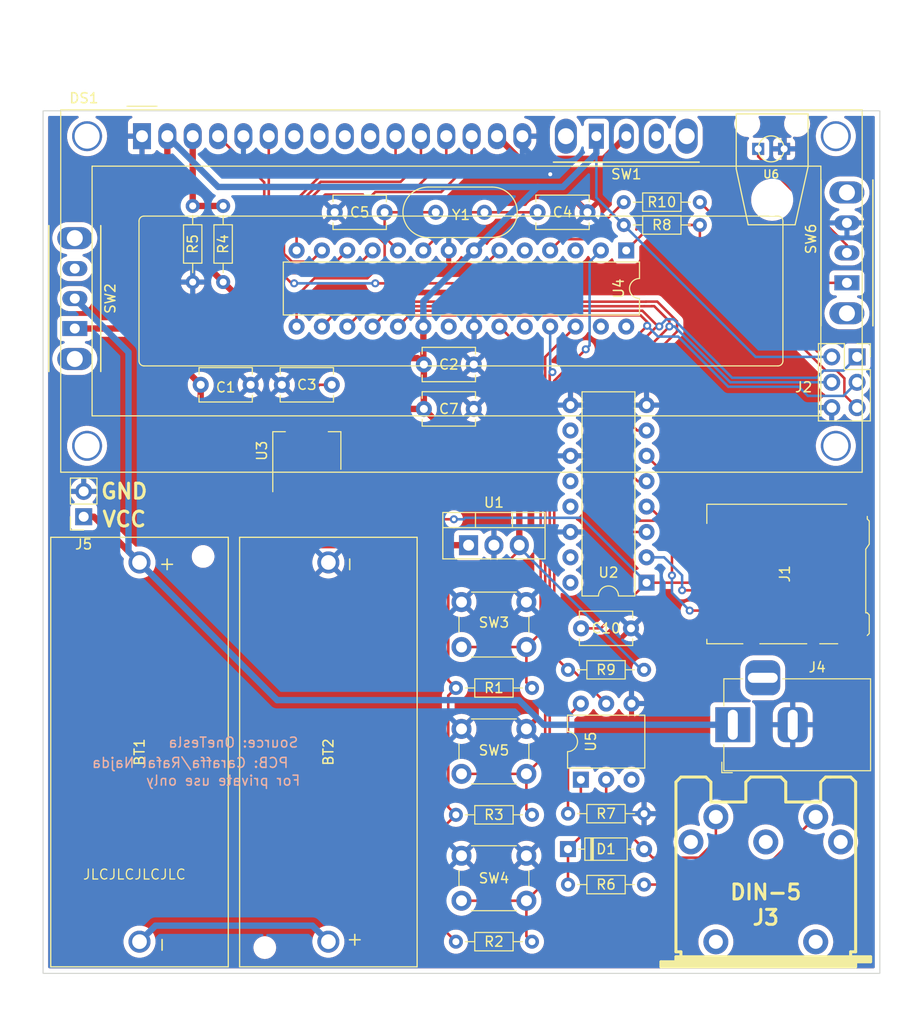
<source format=kicad_pcb>
(kicad_pcb (version 20211014) (generator pcbnew)
  (layers (0 "F.Cu" signal) (31 "B.Cu" signal) (34 "B.Paste" user) (35 "F.Paste" user) (36 "B.SilkS" user "B.Silkscreen") (37 "F.SilkS" user "F.Silkscreen") (38 "B.Mask" user) (39 "F.Mask" user) (44 "Edge.Cuts" user))
  (net 0 "")
  (net 1 "Net-(BT1-PadN)")
  (net 2 "VCC")
  (net 3 "GND")
  (net 4 "Net-(C1-Pad1)")
  (net 5 "+5V")
  (net 6 "+3.3V")
  (net 7 "/X1")
  (net 8 "/X2")
  (net 9 "Net-(D1-Pad1)")
  (net 10 "Net-(D1-Pad2)")
  (net 11 "Net-(DS1-Pad3)")
  (net 12 "/RS")
  (net 13 "/E")
  (net 18 "/DB4")
  (net 19 "/DB5")
  (net 20 "/DB6")
  (net 21 "/DB7")
  (net 22 "/BL")
  (net 24 "Net-(J1-Pad2)")
  (net 25 "Net-(J1-Pad3)")
  (net 26 "Net-(J1-Pad5)")
  (net 27 "/DO")
  (net 30 "/CD")
  (net 31 "/CLK")
  (net 32 "/DI")
  (net 33 "/RESET")
  (net 35 "Net-(J3-Pad4)")
  (net 38 "/UP")
  (net 39 "/DN")
  (net 40 "/OK")
  (net 41 "Net-(R7-Pad1)")
  (net 42 "/RX")
  (net 44 "/CS")
  (net 56 "/OPT")
  (net 57 "Net-(R10-Pad1)")
  (net 58 "Net-(U6-PadP$2)")
  (footprint "Resistor_THT:R_Axial_DIN0204_L3.6mm_D1.6mm_P7.62mm_Horizontal" (layer "F.Cu") (at 81.788 102.87 180)
    (fp_text reference "R6")
    (fp_text value "220R")
  )
  (footprint "BH123A:BAT_BH123A" (layer "F.Cu") (at 31.247 89.6 90)
    (fp_text reference "BT1")
    (fp_text value "BH123A")
  )
  (footprint "Package_DIP:DIP-16_W7.62mm" (layer "F.Cu") (at 82.032 72.644 180)
    (fp_text reference "U2")
    (fp_text value "4050")
  )
  (footprint "w_conn_av:din-5" (layer "F.Cu") (at 93.98 101.6)
    (fp_text reference "J3")
    (fp_text value "DIN-5")
  )
  (footprint "Button_Switch_THT:SW_PUSH_6mm_H7.3mm" (layer "F.Cu") (at 63.5 74.585)
    (fp_text reference "SW3")
    (fp_text value "UP_SW")
  )
  (footprint "Resistor_THT:R_Axial_DIN0204_L3.6mm_D1.6mm_P7.62mm_Horizontal" (layer "F.Cu") (at 62.94 95.885)
    (fp_text reference "R3")
    (fp_text value "1k")
  )
  (footprint "IFE91A:OPTO-TRANSMITTER" (layer "F.Cu") (at 94.517625 29.21)
    (fp_text reference "U6")
    (fp_text value "IFE91A")
  )
  (footprint "Package_TO_SOT_SMD:SOT-223-3_TabPin2" (layer "F.Cu") (at 48.006 59.436 90)
    (fp_text reference "U3")
    (fp_text value "AMS1117-3.3")
  )
  (footprint "Connector_PinSocket_2.54mm:PinSocket_1x02_P2.54mm_Vertical" (layer "F.Cu") (at 25.654 66.04 180)
    (fp_text reference "J5")
    (fp_text value "VCC")
  )
  (footprint "Diode_THT:D_DO-35_SOD27_P7.62mm_Horizontal" (layer "F.Cu") (at 74.168 99.3192)
    (fp_text reference "D1")
    (fp_text value "1N4148")
  )
  (footprint "BH123A:BAT_BH123A" (layer "F.Cu") (at 50.165 89.6 -90)
    (fp_text reference "BT2")
    (fp_text value "BH123A")
  )
  (footprint "Resistor_THT:R_Axial_DIN0204_L3.6mm_D1.6mm_P7.62mm_Horizontal" (layer "F.Cu") (at 79.756 34.544)
    (fp_text reference "R10")
    (fp_text value "100R")
  )
  (footprint "Capacitor_THT:C_Disc_D5.1mm_W3.2mm_P5.00mm" (layer "F.Cu") (at 71.12 35.56)
    (fp_text reference "C4")
    (fp_text value "18pF")
  )
  (footprint "Capacitor_THT:C_Disc_D5.1mm_W3.2mm_P5.00mm" (layer "F.Cu") (at 75.478 77.216)
    (fp_text reference "C10")
    (fp_text value "100nF")
  )
  (footprint "Resistor_THT:R_Axial_DIN0204_L3.6mm_D1.6mm_P7.62mm_Horizontal" (layer "F.Cu") (at 79.756 36.83)
    (fp_text reference "R8")
    (fp_text value "10k")
  )
  (footprint "Connector_BarrelJack:BarrelJack_Horizontal" (layer "F.Cu") (at 90.678 86.868 180)
    (fp_text reference "J4")
    (fp_text value "Jack-DC")
  )
  (footprint "Resistor_THT:R_Axial_DIN0204_L3.6mm_D1.6mm_P7.62mm_Horizontal" (layer "F.Cu") (at 62.94 83.185)
    (fp_text reference "R1")
    (fp_text value "1k")
  )
  (footprint "Connector_PinSocket_2.54mm:PinSocket_2x03_P2.54mm_Vertical" (layer "F.Cu") (at 103.124 50.038)
    (fp_text reference "J2")
    (fp_text value "AVR-ISP-6")
  )
  (footprint "Switch:Switch 12x6mm" (layer "F.Cu") (at 80.01 27.94)
    (fp_text reference "SW1")
    (fp_text value "BL_SW")
  )
  (footprint "Crystal:Crystal_HC49-4H_Vertical" (layer "F.Cu") (at 60.92 35.56)
    (fp_text reference "Y1")
    (fp_text value "Crystal")
  )
  (footprint "Resistor_THT:R_Axial_DIN0204_L3.6mm_D1.6mm_P7.62mm_Horizontal" (layer "F.Cu") (at 62.94 108.585)
    (fp_text reference "R2")
    (fp_text value "1k")
  )
  (footprint "Package_DIP:DIP-28_W7.62mm" (layer "F.Cu") (at 80 39.38 -90)
    (fp_text reference "U4")
    (fp_text value "ATmega168-20P")
  )
  (footprint "Capacitor_THT:C_Disc_D5.1mm_W3.2mm_P5.00mm" (layer "F.Cu") (at 59.73 50.8)
    (fp_text reference "C2")
    (fp_text value "1uF")
  )
  (footprint "Capacitor_THT:C_Disc_D5.1mm_W3.2mm_P5.00mm" (layer "F.Cu") (at 59.73 55.245)
    (fp_text reference "C7")
    (fp_text value "100nF")
  )
  (footprint "Resistor_THT:R_Axial_DIN0204_L3.6mm_D1.6mm_P7.62mm_Horizontal" (layer "F.Cu") (at 39.624 34.925 -90)
    (fp_text reference "R4")
    (fp_text value "10k")
  )
  (footprint "Resistor_THT:R_Axial_DIN0204_L3.6mm_D1.6mm_P7.62mm_Horizontal" (layer "F.Cu") (at 74.168 95.7684)
    (fp_text reference "R7")
    (fp_text value "100k")
  )
  (footprint "Switch:Switch 12x6mm" (layer "F.Cu") (at 102.108 39.624 90)
    (fp_text reference "SW6")
    (fp_text value "BL_SW")
  )
  (footprint "Button_Switch_THT:SW_PUSH_6mm_H7.3mm" (layer "F.Cu") (at 63.5 99.985)
    (fp_text reference "SW4")
    (fp_text value "DN_SW")
  )
  (footprint "Connector_Card:microSD_HC_Hirose_DM3AT-SF-PEJM5" (layer "F.Cu") (at 95.96 71.785 90)
    (fp_text reference "J1")
    (fp_text value "Micro_SD_Card_Det")
  )
  (footprint "Button_Switch_THT:SW_PUSH_6mm_H7.3mm" (layer "F.Cu") (at 63.5 87.285)
    (fp_text reference "SW5")
    (fp_text value "OK_SW")
  )
  (footprint "Resistor_THT:R_Axial_DIN0204_L3.6mm_D1.6mm_P7.62mm_Horizontal" (layer "F.Cu") (at 36.576 34.925 -90)
    (fp_text reference "R5")
    (fp_text value "1k")
  )
  (footprint "Display:WC1602A" (layer "F.Cu") (at 31.496 27.94)
    (fp_text reference "DS1")
    (fp_text value "WC1602A")
  )
  (footprint "Resistor_THT:R_Axial_DIN0204_L3.6mm_D1.6mm_P7.62mm_Horizontal" (layer "F.Cu") (at 74.168 81.3668)
    (fp_text reference "R9")
    (fp_text value "3.3k")
  )
  (footprint "Capacitor_THT:C_Disc_D5.1mm_W3.2mm_P5.00mm" (layer "F.Cu") (at 55.8 35.56 180)
    (fp_text reference "C5")
    (fp_text value "18pF")
  )
  (footprint "Switch:Switch 12x6mm" (layer "F.Cu") (at 24.765 44.196 90)
    (fp_text reference "SW2")
    (fp_text value "MAIN_SW")
  )
  (footprint "Package_TO_SOT_THT:TO-220-3_Vertical" (layer "F.Cu") (at 64.21 68.89)
    (fp_text reference "U1")
    (fp_text value "LM7805_TO220")
  )
  (footprint "Capacitor_THT:C_Disc_D5.1mm_W3.2mm_P5.00mm" (layer "F.Cu") (at 50.506 52.832 180)
    (fp_text reference "C3")
    (fp_text value "1uF")
  )
  (footprint "Capacitor_THT:C_Disc_D5.1mm_W3.2mm_P5.00mm" (layer "F.Cu") (at 37.378 52.832)
    (fp_text reference "C1")
    (fp_text value "1uF")
  )
  (footprint "Package_DIP:DIP-6_W7.62mm" (layer "F.Cu") (at 75.453 92.3676 90)
    (fp_text reference "U5")
    (fp_text value "4N25")
  )
  (gr_rect (start 21.586 25.4) (end 105.406 111.76) (layer "Edge.Cuts") (width 0.1) (fill none))
  (gr_text "For private use only" (at 39.624 92.456) (layer "B.SilkS") (effects (font (size 1 1)) (justify mirror)))
  (gr_text "PCB: Caraffa/Rafal Najda" (at 36.322 90.678) (layer "B.SilkS") (effects (font (size 1 1)) (justify mirror)))
  (gr_text "Source: OneTesla" (at 40.64 88.646) (layer "B.SilkS") (effects (font (size 1 1)) (justify mirror)))
  (gr_text "GND" (at 29.718 63.5) (layer "F.SilkS") (effects (font (size 1.5 1.5) (thickness 0.3))))
  (gr_text "VCC" (at 29.718 66.294) (layer "F.SilkS") (effects (font (size 1.5 1.5) (thickness 0.3))))
  (gr_text "JLCJLCJLCJLC" (at 30.734 101.854) (layer "F.SilkS") (effects (font (size 1 1) (thickness 0.125))))
  (segment (start 32.850685 106.981315) (end 48.561315 106.981315) (width 0.635) (layer "B.Cu") (net 1))
  (segment (start 31.247 108.585) (end 32.850685 106.981315) (width 0.635) (layer "B.Cu") (net 1))
  (segment (start 48.561315 106.981315) (end 50.165 108.585) (width 0.635) (layer "B.Cu") (net 1))
  (segment (start 26.672 66.04) (end 31.247 70.615) (width 0.635) (layer "F.Cu") (net 2))
  (segment (start 25.654 66.04) (end 26.672 66.04) (width 0.635) (layer "F.Cu") (net 2))
  (segment (start 30.1445 69.5125) (end 30.1445 49.5755) (width 0.635) (layer "B.Cu") (net 2))
  (segment (start 71.72907 86.868) (end 69.26357 84.4025) (width 0.635) (layer "B.Cu") (net 2))
  (segment (start 90.678 86.868) (end 71.72907 86.868) (width 0.635) (layer "B.Cu") (net 2))
  (segment (start 31.247 70.615) (end 30.1445 69.5125) (width 0.635) (layer "B.Cu") (net 2))
  (segment (start 30.1445 49.5755) (end 24.765 44.196) (width 0.635) (layer "B.Cu") (net 2))
  (segment (start 45.0345 84.4025) (end 31.247 70.615) (width 0.635) (layer "B.Cu") (net 2))
  (segment (start 69.26357 84.4025) (end 45.0345 84.4025) (width 0.635) (layer "B.Cu") (net 2))
  (segment (start 72.39 31.75) (end 72.39 31.83) (width 0.635) (layer "F.Cu") (net 3))
  (segment (start 72.39 31.83) (end 76.12 35.56) (width 0.635) (layer "F.Cu") (net 3))
  (via (at 72.39 31.75) (size 0.8) (drill 0.4) (layers "F.Cu" "B.Cu") (net 3))
  (segment (start 69.596 28.956) (end 72.39 31.75) (width 0.635) (layer "B.Cu") (net 3))
  (segment (start 69.596 27.94) (end 69.596 28.956) (width 0.635) (layer "B.Cu") (net 3))
  (segment (start 37.378 52.832) (end 37.378 57.531) (width 0.635) (layer "F.Cu") (net 4))
  (segment (start 37.378 57.531) (end 48.737 68.89) (width 0.635) (layer "F.Cu") (net 4))
  (segment (start 24.765 47.196) (end 31.742 47.196) (width 0.635) (layer "F.Cu") (net 4))
  (segment (start 31.742 47.196) (end 37.378 52.832) (width 0.635) (layer "F.Cu") (net 4))
  (segment (start 48.737 68.89) (end 64.21 68.89) (width 0.635) (layer "F.Cu") (net 4))
  (segment (start 62.94 83.185) (end 62.173 82.418) (width 0.254) (layer "F.Cu") (net 5))
  (segment (start 61.768479 97.056521) (end 62.94 95.885) (width 0.254) (layer "F.Cu") (net 5))
  (segment (start 69.29 69.394) (end 69.29 68.89) (width 0.254) (layer "F.Cu") (net 5))
  (segment (start 57.647 55.245) (end 50.306 62.586) (width 0.635) (layer "F.Cu") (net 5))
  (segment (start 59.68 47) (end 59.68 50.75) (width 0.635) (layer "F.Cu") (net 5))
  (segment (start 39.624 42.545) (end 34.036 36.957) (width 0.635) (layer "F.Cu") (net 5))
  (segment (start 69.29 64.805) (end 59.73 55.245) (width 0.635) (layer "F.Cu") (net 5))
  (segment (start 47.241138 50.162138) (end 59.092138 50.162138) (width 0.635) (layer "F.Cu") (net 5))
  (segment (start 59.73 55.245) (end 57.647 55.245) (width 0.635) (layer "F.Cu") (net 5))
  (segment (start 62.173 73.463) (end 63.754 71.882) (width 0.254) (layer "F.Cu") (net 5))
  (segment (start 62.173 95.118) (end 62.173 83.952) (width 0.254) (layer "F.Cu") (net 5))
  (segment (start 34.036 36.957) (end 34.036 27.94) (width 0.635) (layer "F.Cu") (net 5))
  (segment (start 39.624 42.545) (end 47.241138 50.162138) (width 0.635) (layer "F.Cu") (net 5))
  (segment (start 62.94 108.585) (end 61.768479 107.413479) (width 0.254) (layer "F.Cu") (net 5))
  (segment (start 62.173 82.418) (end 62.173 73.463) (width 0.254) (layer "F.Cu") (net 5))
  (segment (start 59.092138 50.162138) (end 59.73 50.8) (width 0.635) (layer "F.Cu") (net 5))
  (segment (start 62.94 95.885) (end 62.173 95.118) (width 0.254) (layer "F.Cu") (net 5))
  (segment (start 59.73 55.245) (end 59.73 50.8) (width 0.635) (layer "F.Cu") (net 5))
  (segment (start 59.6825 50.7525) (end 59.73 50.8) (width 0.381) (layer "F.Cu") (net 5))
  (segment (start 69.29 68.89) (end 69.29 64.805) (width 0.635) (layer "F.Cu") (net 5))
  (segment (start 66.802 71.882) (end 69.29 69.394) (width 0.254) (layer "F.Cu") (net 5))
  (segment (start 61.768479 107.413479) (end 61.768479 97.056521) (width 0.254) (layer "F.Cu") (net 5))
  (segment (start 62.173 83.952) (end 62.94 83.185) (width 0.254) (layer "F.Cu") (net 5))
  (segment (start 59.68 50.75) (end 59.73 50.8) (width 0.635) (layer "F.Cu") (net 5))
  (segment (start 63.754 71.882) (end 66.802 71.882) (width 0.254) (layer "F.Cu") (net 5))
  (segment (start 59.68 47) (end 59.68 44.46) (width 0.635) (layer "B.Cu") (net 5))
  (segment (start 83.566 40.64) (end 92.964 50.038) (width 0.25) (layer "B.Cu") (net 5))
  (segment (start 79.756 36.83) (end 83.566 40.64) (width 0.254) (layer "B.Cu") (net 5))
  (segment (start 34.036 27.94) (end 39.116 33.02) (width 0.635) (layer "B.Cu") (net 5))
  (segment (start 59.68 44.46) (end 64.76 39.38) (width 0.635) (layer "B.Cu") (net 5))
  (segment (start 79.756 36.83) (end 77.01 34.084) (width 0.254) (layer "B.Cu") (net 5))
  (segment (start 39.116 33.02) (end 71.12 33.02) (width 0.635) (layer "B.Cu") (net 5))
  (segment (start 77.01 29.67) (end 77.01 27.94) (width 0.635) (layer "B.Cu") (net 5))
  (segment (start 64.76 39.38) (end 71.12 33.02) (width 0.635) (layer "B.Cu") (net 5))
  (segment (start 69.29 69.115819) (end 69.29 68.89) (width 0.254) (layer "B.Cu") (net 5))
  (segment (start 81.788 81.3668) (end 81.540981 81.3668) (width 0.254) (layer "B.Cu") (net 5))
  (segment (start 92.964 50.038) (end 100.584 50.038) (width 0.25) (layer "B.Cu") (net 5))
  (segment (start 77.01 34.084) (end 77.01 27.94) (width 0.254) (layer "B.Cu") (net 5))
  (segment (start 73.66 33.02) (end 77.01 29.67) (width 0.635) (layer "B.Cu") (net 5))
  (segment (start 71.12 33.02) (end 73.66 33.02) (width 0.635) (layer "B.Cu") (net 5))
  (segment (start 81.540981 81.3668) (end 69.29 69.115819) (width 0.254) (layer "B.Cu") (net 5))
  (segment (start 48.006 54.102) (end 49.276 52.832) (width 0.254) (layer "F.Cu") (net 6))
  (segment (start 48.006 62.586) (end 51.714 66.294) (width 0.254) (layer "F.Cu") (net 6))
  (segment (start 51.714 66.294) (end 62.738 66.294) (width 0.254) (layer "F.Cu") (net 6))
  (segment (start 75.478 77.216) (end 77.46 77.216) (width 0.25) (layer "F.Cu") (net 6))
  (segment (start 48.006 62.586) (end 48.006 56.286) (width 0.254) (layer "F.Cu") (net 6))
  (segment (start 77.46 77.216) (end 82.032 72.644) (width 0.25) (layer "F.Cu") (net 6))
  (segment (start 87.901 72.644) (end 88.235 72.31) (width 0.25) (layer "F.Cu") (net 6))
  (segment (start 49.276 52.832) (end 50.506 52.832) (width 0.254) (layer "F.Cu") (net 6))
  (segment (start 48.006 56.286) (end 48.006 54.102) (width 0.254) (layer "F.Cu") (net 6))
  (segment (start 82.032 72.644) (end 87.901 72.644) (width 0.25) (layer "F.Cu") (net 6))
  (via (at 62.738 66.294) (size 0.8) (drill 0.4) (layers "F.Cu" "B.Cu") (net 6))
  (segment (start 63.718 66.294) (end 63.863 66.149) (width 0.254) (layer "B.Cu") (net 6))
  (segment (start 62.738 66.294) (end 63.718 66.294) (width 0.254) (layer "B.Cu") (net 6))
  (segment (start 82.032 72.644) (end 75.537 66.149) (width 0.25) (layer "B.Cu") (net 6))
  (segment (start 75.537 66.149) (end 63.863 66.149) (width 0.25) (layer "B.Cu") (net 6))
  (segment (start 65.8 35.56) (end 71.12 35.56) (width 0.254) (layer "F.Cu") (net 7))
  (segment (start 63.5 35.56) (end 59.68 39.38) (width 0.254) (layer "F.Cu") (net 7))
  (segment (start 65.8 35.56) (end 63.5 35.56) (width 0.254) (layer "F.Cu") (net 7))
  (segment (start 55.8 35.56) (end 60.92 35.56) (width 0.254) (layer "F.Cu") (net 8))
  (segment (start 55.8 35.56) (end 55.8 38.04) (width 0.254) (layer "F.Cu") (net 8))
  (segment (start 55.8 38.04) (end 57.14 39.38) (width 0.254) (layer "F.Cu") (net 8))
  (segment (start 75.453 92.3676) (end 75.453 98.0342) (width 0.254) (layer "F.Cu") (net 9))
  (segment (start 74.168 99.3192) (end 74.168 102.87) (width 0.254) (layer "F.Cu") (net 9))
  (segment (start 75.453 98.0342) (end 74.168 99.3192) (width 0.254) (layer "F.Cu") (net 9))
  (segment (start 81.788 99.3192) (end 82.6458 100.177) (width 0.254) (layer "F.Cu") (net 10))
  (segment (start 77.993 95.5242) (end 77.993 92.3676) (width 0.254) (layer "F.Cu") (net 10))
  (segment (start 81.788 99.3192) (end 77.993 95.5242) (width 0.254) (layer "F.Cu") (net 10))
  (segment (start 87.275 100.177) (end 88.98 98.472) (width 0.254) (layer "F.Cu") (net 10))
  (segment (start 82.6458 100.177) (end 87.275 100.177) (width 0.254) (layer "F.Cu") (net 10))
  (segment (start 88.98 98.472) (end 88.98 96.1) (width 0.254) (layer "F.Cu") (net 10))
  (segment (start 36.576 27.94) (end 36.576 34.925) (width 0.635) (layer "F.Cu") (net 11))
  (segment (start 36.576 34.925) (end 39.624 34.925) (width 0.635) (layer "F.Cu") (net 11))
  (segment (start 43.742 32.566) (end 43.742 39.932) (width 0.254) (layer "F.Cu") (net 12))
  (segment (start 46.482 42.672) (end 46.736 42.672) (width 0.254) (layer "F.Cu") (net 12))
  (segment (start 39.116 27.94) (end 43.742 32.566) (width 0.254) (layer "F.Cu") (net 12))
  (segment (start 64.008 42.672) (end 67.3 39.38) (width 0.254) (layer "F.Cu") (net 12))
  (segment (start 43.742 39.932) (end 46.482 42.672) (width 0.254) (layer "F.Cu") (net 12))
  (segment (start 54.864 42.672) (end 64.008 42.672) (width 0.254) (layer "F.Cu") (net 12))
  (via (at 54.864 42.672) (size 0.8) (drill 0.4) (layers "F.Cu" "B.Cu") (net 12))
  (via (at 46.736 42.672) (size 0.8) (drill 0.4) (layers "F.Cu" "B.Cu") (net 12))
  (segment (start 46.736 42.672) (end 54.864 42.672) (width 0.254) (layer "B.Cu") (net 12))
  (segment (start 46.228 41.656) (end 44.196 39.624) (width 0.254) (layer "F.Cu") (net 13))
  (segment (start 54.6 39.38) (end 52.324 41.656) (width 0.254) (layer "F.Cu") (net 13))
  (segment (start 52.324 41.656) (end 46.228 41.656) (width 0.254) (layer "F.Cu") (net 13))
  (segment (start 44.196 39.624) (end 44.196 27.94) (width 0.254) (layer "F.Cu") (net 13))
  (segment (start 50.292 41.148) (end 46.512129 41.148) (width 0.254) (layer "F.Cu") (net 18))
  (segment (start 45.212 39.847871) (end 45.212 36.053896) (width 0.254) (layer "F.Cu") (net 18))
  (segment (start 52.06 39.38) (end 50.292 41.148) (width 0.254) (layer "F.Cu") (net 18))
  (segment (start 49.261896 32.004) (end 54.864 32.004) (width 0.254) (layer "F.Cu") (net 18))
  (segment (start 45.212 36.053896) (end 49.261896 32.004) (width 0.254) (layer "F.Cu") (net 18))
  (segment (start 46.512129 41.148) (end 45.212 39.847871) (width 0.254) (layer "F.Cu") (net 18))
  (segment (start 56.896 29.972) (end 56.896 27.94) (width 0.254) (layer "F.Cu") (net 18))
  (segment (start 54.864 32.004) (end 56.896 29.972) (width 0.254) (layer "F.Cu") (net 18))
  (segment (start 49.52 39.38) (end 48.393 40.507) (width 0.254) (layer "F.Cu") (net 19))
  (segment (start 45.72 36.187948) (end 49.395948 32.512) (width 0.254) (layer "F.Cu") (net 19))
  (segment (start 57.404 32.512) (end 59.436 30.48) (width 0.254) (layer "F.Cu") (net 19))
  (segment (start 59.436 30.48) (end 59.436 27.94) (width 0.254) (layer "F.Cu") (net 19))
  (segment (start 48.393 40.507) (end 46.513181 40.507) (width 0.254) (layer "F.Cu") (net 19))
  (segment (start 45.72 39.713819) (end 45.72 36.187948) (width 0.254) (layer "F.Cu") (net 19))
  (segment (start 46.513181 40.507) (end 45.72 39.713819) (width 0.254) (layer "F.Cu") (net 19))
  (segment (start 49.395948 32.512) (end 57.404 32.512) (width 0.254) (layer "F.Cu") (net 19))
  (segment (start 61.976 30.099) (end 61.976 27.94) (width 0.254) (layer "F.Cu") (net 20))
  (segment (start 46.98 39.38) (end 46.98 35.57) (width 0.254) (layer "F.Cu") (net 20))
  (segment (start 49.53 33.02) (end 59.055 33.02) (width 0.254) (layer "F.Cu") (net 20))
  (segment (start 46.98 35.57) (end 49.53 33.02) (width 0.254) (layer "F.Cu") (net 20))
  (segment (start 59.055 33.02) (end 61.976 30.099) (width 0.254) (layer "F.Cu") (net 20))
  (segment (start 54.356 37.238052) (end 54.356 34.036) (width 0.254) (layer "F.Cu") (net 21))
  (segment (start 55.802974 40.431284) (end 55.802974 38.685026) (width 0.254) (layer "F.Cu") (net 21))
  (segment (start 54.070258 42.164) (end 55.802974 40.431284) (width 0.254) (layer "F.Cu") (net 21))
  (segment (start 54.356 34.036) (end 54.864 33.528) (width 0.254) (layer "F.Cu") (net 21))
  (segment (start 54.864 33.528) (end 61.468 33.528) (width 0.254) (layer "F.Cu") (net 21))
  (segment (start 46.98 43.952) (end 48.768 42.164) (width 0.254) (layer "F.Cu") (net 21))
  (segment (start 55.802974 38.685026) (end 54.356 37.238052) (width 0.254) (layer "F.Cu") (net 21))
  (segment (start 46.98 47) (end 46.98 43.952) (width 0.254) (layer "F.Cu") (net 21))
  (segment (start 61.468 33.528) (end 64.516 30.48) (width 0.254) (layer "F.Cu") (net 21))
  (segment (start 48.768 42.164) (end 54.070258 42.164) (width 0.254) (layer "F.Cu") (net 21))
  (segment (start 64.516 30.48) (end 64.516 27.94) (width 0.254) (layer "F.Cu") (net 21))
  (segment (start 69.3235 30.2075) (end 67.056 27.94) (width 0.635) (layer "F.Cu") (net 22))
  (segment (start 77.7425 30.2075) (end 69.3235 30.2075) (width 0.635) (layer "F.Cu") (net 22))
  (segment (start 80.01 27.94) (end 77.7425 30.2075) (width 0.635) (layer "F.Cu") (net 22))
  (segment (start 85.598 63.51) (end 85.598 68.327) (width 0.254) (layer "F.Cu") (net 24))
  (segment (start 82.032 59.944) (end 85.598 63.51) (width 0.254) (layer "F.Cu") (net 24))
  (segment (start 87.381 70.11) (end 88.235 70.11) (width 0.254) (layer "F.Cu") (net 24))
  (segment (start 85.598 68.327) (end 87.381 70.11) (width 0.254) (layer "F.Cu") (net 24))
  (segment (start 85.09 69.596) (end 86.704 71.21) (width 0.254) (layer "F.Cu") (net 25))
  (segment (start 86.704 71.21) (end 88.235 71.21) (width 0.254) (layer "F.Cu") (net 25))
  (segment (start 82.032 65.024) (end 82.296 65.024) (width 0.254) (layer "F.Cu") (net 25))
  (segment (start 85.09 67.818) (end 85.09 69.596) (width 0.254) (layer "F.Cu") (net 25))
  (segment (start 82.296 65.024) (end 85.09 67.818) (width 0.254) (layer "F.Cu") (net 25))
  (segment (start 85.602 73.41) (end 88.235 73.41) (width 0.25) (layer "F.Cu") (net 26))
  (segment (start 85.598 73.406) (end 85.602 73.41) (width 0.25) (layer "F.Cu") (net 26))
  (via (at 85.598 73.406) (size 0.8) (drill 0.4) (layers "F.Cu" "B.Cu") (net 26))
  (segment (start 82.032 70.104) (end 83.791805 70.104) (width 0.25) (layer "B.Cu") (net 26))
  (segment (start 83.791805 70.104) (end 85.598 71.910195) (width 0.25) (layer "B.Cu") (net 26))
  (segment (start 85.598 71.910195) (end 85.598 73.406) (width 0.25) (layer "B.Cu") (net 26))
  (segment (start 78.921 65.224) (end 80.134 66.437) (width 0.254) (layer "F.Cu") (net 27))
  (segment (start 83.192052 46.99) (end 83.312 46.99) (width 0.254) (layer "F.Cu") (net 27))
  (segment (start 83.312 46.99) (end 83.058 46.99) (width 0.254) (layer "F.Cu") (net 27))
  (segment (start 82.947 66.437) (end 84.582 68.072) (width 0.254) (layer "F.Cu") (net 27))
  (segment (start 84.582 68.072) (end 84.582 71.9195) (width 0.25) (layer "F.Cu") (net 27))
  (segment (start 83.058 46.99) (end 78.921 51.127) (width 0.254) (layer "F.Cu") (net 27))
  (segment (start 86.36 75.438) (end 88.063 75.438) (width 0.25) (layer "F.Cu") (net 27))
  (segment (start 54.6 47) (end 56.181 45.419) (width 0.254) (layer "F.Cu") (net 27))
  (segment (start 81.621052 45.419) (end 83.192052 46.99) (width 0.254) (layer "F.Cu") (net 27))
  (segment (start 88.063 75.438) (end 88.235 75.61) (width 0.25) (layer "F.Cu") (net 27))
  (segment (start 80.134 66.437) (end 82.947 66.437) (width 0.254) (layer "F.Cu") (net 27))
  (segment (start 78.921 51.127) (end 78.921 54.102) (width 0.254) (layer "F.Cu") (net 27))
  (segment (start 78.921 54.036052) (end 78.921 65.224) (width 0.254) (layer "F.Cu") (net 27))
  (segment (start 56.181 45.419) (end 81.621052 45.419) (width 0.254) (layer "F.Cu") (net 27))
  (via (at 86.36 75.438) (size 0.8) (drill 0.4) (layers "F.Cu" "B.Cu") (net 27))
  (via (at 84.582 71.9195) (size 0.8) (drill 0.4) (layers "F.Cu" "B.Cu") (net 27))
  (via (at 83.312 46.99) (size 0.8) (drill 0.4) (layers "F.Cu" "B.Cu") (net 27))
  (segment (start 83.312 46.99) (end 83.312 46.736) (width 0.254) (layer "B.Cu") (net 27))
  (segment (start 84.747396 46.265) (end 90.610396 52.128) (width 0.25) (layer "B.Cu") (net 27))
  (segment (start 83.312 46.980695) (end 84.027695 46.265) (width 0.25) (layer "B.Cu") (net 27))
  (segment (start 99.06 52.128) (end 99.785 51.403) (width 0.25) (layer "B.Cu") (net 27))
  (segment (start 90.610396 52.128) (end 99.06 52.128) (width 0.25) (layer "B.Cu") (net 27))
  (segment (start 83.312 46.99) (end 83.312 46.980695) (width 0.25) (layer "B.Cu") (net 27))
  (segment (start 101.759 51.403) (end 103.124 50.038) (width 0.25) (layer "B.Cu") (net 27))
  (segment (start 84.582 73.66) (end 86.36 75.438) (width 0.25) (layer "B.Cu") (net 27))
  (segment (start 84.027695 46.265) (end 84.747396 46.265) (width 0.25) (layer "B.Cu") (net 27))
  (segment (start 99.785 51.403) (end 101.759 51.403) (width 0.25) (layer "B.Cu") (net 27))
  (segment (start 84.582 71.9195) (end 84.582 73.66) (width 0.25) (layer "B.Cu") (net 27))
  (segment (start 82.097598 46.537598) (end 82.097598 46.922974) (width 0.254) (layer "F.Cu") (net 31))
  (segment (start 78.467 66.548) (end 79.483 67.564) (width 0.254) (layer "F.Cu") (net 31))
  (segment (start 81.433 45.873) (end 82.097598 46.537598) (width 0.254) (layer "F.Cu") (net 31))
  (segment (start 58.267 45.873) (end 81.433 45.873) (width 0.254) (layer "F.Cu") (net 31))
  (segment (start 57.14 47) (end 58.267 45.873) (width 0.254) (layer "F.Cu") (net 31))
  (segment (start 78.467 51.327) (end 78.467 66.548) (width 0.254) (layer "F.Cu") (net 31))
  (segment (start 82.097598 46.922974) (end 78.467 50.553572) (width 0.254) (layer "F.Cu") (net 31))
  (segment (start 78.467 50.553572) (end 78.467 51.327) (width 0.254) (layer "F.Cu") (net 31))
  (segment (start 79.483 67.564) (end 82.032 67.564) (width 0.254) (layer "F.Cu") (net 31))
  (via (at 82.097598 46.922974) (size 0.8) (drill 0.4) (layers "F.Cu" "B.Cu") (net 31))
  (segment (start 82.097598 46.922974) (end 83.180624 48.006) (width 0.25) (layer "B.Cu") (net 31))
  (segment (start 97.282 53.028) (end 98.197 53.943) (width 0.25) (layer "B.Cu") (net 31))
  (segment (start 83.180624 48.006) (end 85.206 48.006) (width 0.25) (layer "B.Cu") (net 31))
  (segment (start 101.759 53.943) (end 103.124 52.578) (width 0.25) (layer "B.Cu") (net 31))
  (segment (start 90.228 53.028) (end 97.282 53.028) (width 0.25) (layer "B.Cu") (net 31))
  (segment (start 85.206 48.006) (end 90.228 53.028) (width 0.25) (layer "B.Cu") (net 31))
  (segment (start 98.197 53.943) (end 101.759 53.943) (width 0.25) (layer "B.Cu") (net 31))
  (segment (start 54.095 44.965) (end 81.809104 44.965) (width 0.254) (layer "F.Cu") (net 32))
  (segment (start 52.06 47) (end 54.095 44.965) (width 0.254) (layer "F.Cu") (net 32))
  (segment (start 82.804 44.958) (end 84.328 46.482) (width 0.25) (layer "F.Cu") (net 32))
  (segment (start 79.375 52.451) (end 79.375 60.706) (width 0.254) (layer "F.Cu") (net 32))
  (segment (start 84.328 46.482) (end 84.328 46.99) (width 0.25) (layer "F.Cu") (net 32))
  (segment (start 81.809104 44.965) (end 82.543 44.965) (width 0.254) (layer "F.Cu") (net 32))
  (segment (start 82.55 44.958) (end 82.804 44.958) (width 0.254) (layer "F.Cu") (net 32))
  (segment (start 84.328 46.99) (end 84.328 46.999305) (width 0.25) (layer "F.Cu") (net 32))
  (segment (start 79.373 51.954305) (end 79.373 52.449) (width 0.25) (layer "F.Cu") (net 32))
  (segment (start 81.153 62.484) (end 82.032 62.484) (width 0.254) (layer "F.Cu") (net 32))
  (segment (start 82.543 44.965) (end 82.55 44.958) (width 0.254) (layer "F.Cu") (net 32))
  (segment (start 84.328 46.999305) (end 79.373 51.954305) (width 0.25) (layer "F.Cu") (net 32))
  (segment (start 79.375 60.706) (end 81.153 62.484) (width 0.254) (layer "F.Cu") (net 32))
  (segment (start 79.373 52.449) (end 79.375 52.451) (width 0.25) (layer "F.Cu") (net 32))
  (via (at 84.328 46.99) (size 0.8) (drill 0.4) (layers "F.Cu" "B.Cu") (net 32))
  (segment (start 84.836 46.99) (end 84.328 46.99) (width 0.25) (layer "B.Cu") (net 32))
  (segment (start 90.424 52.578) (end 84.836 46.99) (width 0.25) (layer "B.Cu") (net 32))
  (segment (start 90.424 52.578) (end 100.584 52.578) (width 0.25) (layer "B.Cu") (net 32))
  (segment (start 99.977554 51.403) (end 101.070701 51.403) (width 0.25) (layer "F.Cu") (net 33))
  (segment (start 80 39.38) (end 82.55 36.83) (width 0.254) (layer "F.Cu") (net 33))
  (segment (start 101.070701 51.403) (end 101.854 52.186299) (width 0.25) (layer "F.Cu") (net 33))
  (segment (start 101.854 53.848) (end 103.124 55.118) (width 0.25) (layer "F.Cu") (net 33))
  (segment (start 82.55 36.83) (end 87.376 36.83) (width 0.254) (layer "F.Cu") (net 33))
  (segment (start 87.376 38.801446) (end 99.977554 51.403) (width 0.25) (layer "F.Cu") (net 33))
  (segment (start 101.854 52.186299) (end 101.854 53.848) (width 0.25) (layer "F.Cu") (net 33))
  (segment (start 87.376 36.83) (end 87.376 38.801446) (width 0.25) (layer "F.Cu") (net 33))
  (segment (start 92.21 102.87) (end 98.98 96.1) (width 0.254) (layer "F.Cu") (net 35))
  (segment (start 81.788 102.87) (end 92.21 102.87) (width 0.254) (layer "F.Cu") (net 35))
  (segment (start 67.3 47) (end 71.428 51.128) (width 0.254) (layer "F.Cu") (net 38))
  (segment (start 70 82.625) (end 70.56 83.185) (width 0.254) (layer "F.Cu") (net 38))
  (segment (start 63.5 79.085) (end 70 79.085) (width 0.254) (layer "F.Cu") (net 38))
  (segment (start 70 79.085) (end 70 82.625) (width 0.254) (layer "F.Cu") (net 38))
  (segment (start 71.428 51.128) (end 71.428 77.657) (width 0.254) (layer "F.Cu") (net 38))
  (segment (start 71.428 77.657) (end 70 79.085) (width 0.254) (layer "F.Cu") (net 38))
  (segment (start 72.6085 51.562) (end 72.336 51.8345) (width 0.254) (layer "F.Cu") (net 39))
  (segment (start 72.336 51.8345) (end 72.336 102.149) (width 0.254) (layer "F.Cu") (net 39))
  (segment (start 70 108.025) (end 70.56 108.585) (width 0.254) (layer "F.Cu") (net 39))
  (segment (start 70 104.485) (end 70 108.025) (width 0.254) (layer "F.Cu") (net 39))
  (segment (start 72.336 102.149) (end 70 104.485) (width 0.254) (layer "F.Cu") (net 39))
  (segment (start 63.5 104.485) (end 70 104.485) (width 0.254) (layer "F.Cu") (net 39))
  (via (at 72.6085 51.562) (size 0.8) (drill 0.4) (layers "F.Cu" "B.Cu") (net 39))
  (segment (start 72.38 51.3335) (end 72.6085 51.562) (width 0.254) (layer "B.Cu") (net 39))
  (segment (start 72.38 47) (end 72.38 51.3335) (width 0.254) (layer "B.Cu") (net 39))
  (segment (start 71.882 89.903) (end 70 91.785) (width 0.254) (layer "F.Cu") (net 40))
  (segment (start 71.882 50.038) (end 71.882 89.903) (width 0.254) (layer "F.Cu") (net 40))
  (segment (start 74.92 47) (end 71.882 50.038) (width 0.254) (layer "F.Cu") (net 40))
  (segment (start 70 91.785) (end 70 95.325) (width 0.254) (layer "F.Cu") (net 40))
  (segment (start 63.5 91.785) (end 70 91.785) (width 0.254) (layer "F.Cu") (net 40))
  (segment (start 70 95.325) (end 70.56 95.885) (width 0.254) (layer "F.Cu") (net 40))
  (segment (start 74.168 86.0326) (end 75.453 84.7476) (width 0.254) (layer "F.Cu") (net 41))
  (segment (start 74.168 95.7684) (end 74.168 86.0326) (width 0.254) (layer "F.Cu") (net 41))
  (segment (start 72.79 79.9888) (end 72.79 52.432) (width 0.254) (layer "F.Cu") (net 42))
  (segment (start 74.168 81.3668) (end 72.79 79.9888) (width 0.254) (layer "F.Cu") (net 42))
  (segment (start 74.6122 81.3668) (end 74.168 81.3668) (width 0.254) (layer "F.Cu") (net 42))
  (segment (start 72.79 52.432) (end 75.946 49.276) (width 0.254) (layer "F.Cu") (net 42))
  (segment (start 77.993 84.7476) (end 74.6122 81.3668) (width 0.254) (layer "F.Cu") (net 42))
  (via (at 75.946 49.276) (size 0.8) (drill 0.4) (layers "F.Cu" "B.Cu") (net 42))
  (segment (start 76.333 40.507) (end 77.46 39.38) (width 0.254) (layer "B.Cu") (net 42))
  (segment (start 76.333 48.889) (end 76.333 40.507) (width 0.254) (layer "B.Cu") (net 42))
  (segment (start 75.946 49.276) (end 76.333 48.889) (width 0.254) (layer "B.Cu") (net 42))
  (segment (start 81.099 57.404) (end 79.829 56.134) (width 0.254) (layer "F.Cu") (net 44))
  (segment (start 83.112 44.504) (end 85.09 46.482) (width 0.25) (layer "F.Cu") (net 44))
  (segment (start 79.829 56.134) (end 79.829 52.759) (width 0.254) (layer "F.Cu") (net 44))
  (segment (start 85.09 47.498) (end 84.328 48.26) (width 0.25) (layer "F.Cu") (net 44))
  (segment (start 81.981 44.511) (end 52.009 44.511) (width 0.254) (layer "F.Cu") (net 44))
  (segment (start 85.09 46.482) (end 85.09 47.498) (width 0.25) (layer "F.Cu") (net 44))
  (segment (start 82.032 57.404) (end 81.099 57.404) (width 0.254) (layer "F.Cu") (net 44))
  (segment (start 83.112 44.504) (end 81.988 44.504) (width 0.254) (layer "F.Cu") (net 44))
  (segment (start 81.988 44.504) (end 81.981 44.511) (width 0.254) (layer "F.Cu") (net 44))
  (segment (start 52.009 44.511) (end 49.52 47) (width 0.254) (layer "F.Cu") (net 44))
  (segment (start 84.328 48.26) (end 84.582 48.006) (width 0.254) (layer "F.Cu") (net 44))
  (segment (start 79.829 52.759) (end 84.328 48.26) (width 0.254) (layer "F.Cu") (net 44))
  (segment (start 87.376 34.544) (end 95.456 42.624) (width 0.25) (layer "F.Cu") (net 56))
  (segment (start 95.456 42.624) (end 102.108 42.624) (width 0.25) (layer "F.Cu") (net 56))
  (segment (start 73.507 38.253) (end 76.047 38.253) (width 0.254) (layer "F.Cu") (net 57))
  (segment (start 72.38 39.38) (end 73.507 38.253) (width 0.254) (layer "F.Cu") (net 57))
  (segment (start 76.047 38.253) (end 79.756 34.544) (width 0.254) (layer "F.Cu") (net 57))
  (segment (start 102.108 38.862) (end 93.217625 29.971625) (width 0.25) (layer "F.Cu") (net 58))
  (segment (start 93.217625 29.971625) (end 93.217625 29.21) (width 0.25) (layer "F.Cu") (net 58))
  (segment (start 102.108 39.624) (end 102.108 38.862) (width 0.25) (layer "F.Cu") (net 58))
  (zone (net 3) (net_name "GND") (layers F&B.Cu) (connect_pads (clearance 0.508)) (min_thickness 0.254) (fill yes (thermal_gap 0.508) (thermal_bridge_width 0.508))
    (polygon (pts (xy 106.934 114.554) (xy 17.272 116.84) (xy 18.034 20.066) (xy 108.458 19.558)))
  )
)
</source>
